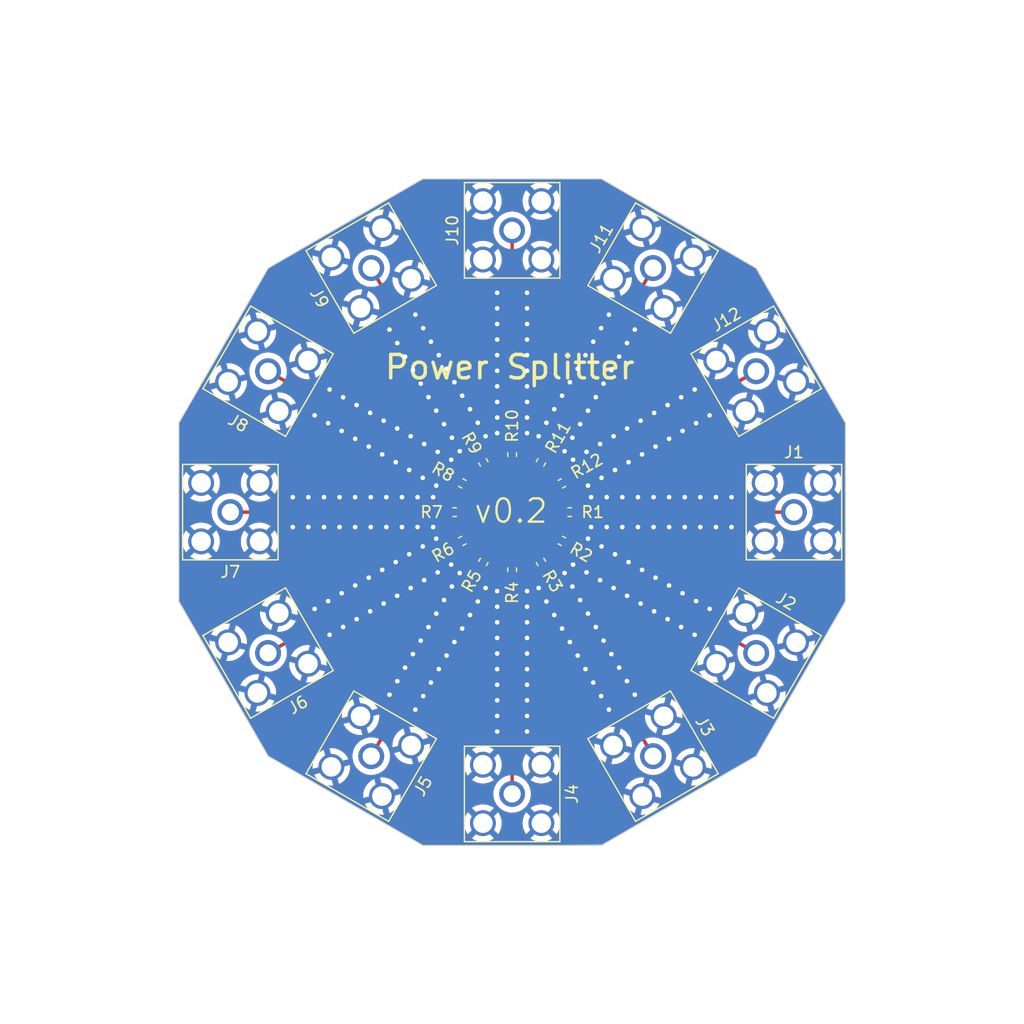
<source format=kicad_pcb>
(kicad_pcb (version 20241229) (generator "pcbnew") (generator_version "9.0")
  (title_block (title "Power Splitter") (date "19.11.2021") (rev "0.2"))
  (layers (0 "F.Cu" signal) (4 "In1.Cu" power) (6 "In2.Cu" power) (2 "B.Cu" power) (13 "F.Paste" user) (15 "B.Paste" user) (5 "F.SilkS" user "F.Silkscreen") (7 "B.SilkS" user "B.Silkscreen") (1 "F.Mask" user) (3 "B.Mask" user) (25 "Edge.Cuts" user))
  (net 0 "")
  (net 1 "GND")
  (net 2 "Net-(R1-Pad2)")
  (net 3 "Net-(J1-In)")
  (net 4 "Net-(J2-In)")
  (net 5 "Net-(J3-In)")
  (net 6 "Net-(J4-In)")
  (net 7 "Net-(J5-In)")
  (net 8 "Net-(J6-In)")
  (net 9 "Net-(J7-In)")
  (net 10 "Net-(J8-In)")
  (net 11 "Net-(J9-In)")
  (net 12 "Net-(J10-In)")
  (net 13 "Net-(J11-In)")
  (net 14 "Net-(J12-In)")
  (footprint "Connector_Coaxial:SMA_Amphenol_132203-12_Horizontal" (layer "F.Cu") (at 177 89.5 -90)
    (property "Reference" "J1" (at -5.2 0 0) (layer "F.SilkS"))
    (property "Value" "Conn_01x02")
    (fp_line (start -4.15 4.15) (end 4.15 4.15) (stroke (width 0.12)) (layer "F.SilkS"))
    (fp_line (start -4.15 -4.15) (end -4.15 4.15) (stroke (width 0.12)) (layer "F.SilkS"))
    (fp_line (start -4.15 -4.15) (end 4.15 -4.15) (stroke (width 0.12)) (layer "F.SilkS"))
    (fp_line (start 4.15 -4.15) (end 4.15 4.15) (stroke (width 0.12)) (layer "F.SilkS"))
    (pad "1" thru_hole circle (at 0 0 270) (size 2.25 2.25) (drill 1.5) (layers "*.Cu" "*.Mask") (net 3 "Net-(J1-In)"))
    (pad "2" thru_hole circle (at -2.54 -2.54 270) (size 2.25 2.25) (drill 1.7) (layers "*.Cu" "*.Mask") (net 1 "GND"))
    (pad "2" thru_hole circle (at -2.54 2.54 270) (size 2.25 2.25) (drill 1.7) (layers "*.Cu" "*.Mask") (net 1 "GND"))
    (pad "2" thru_hole circle (at 2.54 -2.54 270) (size 2.25 2.25) (drill 1.7) (layers "*.Cu" "*.Mask") (net 1 "GND"))
    (pad "2" thru_hole circle (at 2.54 2.54) (size 2.25 2.25) (drill 1.7) (layers "*.Cu" "*.Mask") (net 1 "GND"))
  )
  (footprint "Connector_Coaxial:SMA_Amphenol_132203-12_Horizontal" (layer "F.Cu") (at 173.717622 101.75 -120)
    (property "Reference" "J2" (at -5.2 0 150) (layer "F.SilkS"))
    (property "Value" "Conn_01x02")
    (fp_line (start -4.15 4.149999) (end 4.149999 4.15) (stroke (width 0.12)) (layer "F.SilkS"))
    (fp_line (start 4.15 -4.149999) (end 4.149999 4.15) (stroke (width 0.12)) (layer "F.SilkS"))
    (fp_line (start -4.149999 -4.15) (end -4.15 4.149999) (stroke (width 0.12)) (layer "F.SilkS"))
    (fp_line (start -4.149999 -4.15) (end 4.15 -4.149999) (stroke (width 0.12)) (layer "F.SilkS"))
    (pad "1" thru_hole circle (at 0 0 240) (size 2.25 2.25) (drill 1.5) (layers "*.Cu" "*.Mask") (net 4 "Net-(J2-In)"))
    (pad "2" thru_hole circle (at -2.540001 -2.54 240) (size 2.25 2.25) (drill 1.7) (layers "*.Cu" "*.Mask") (net 1 "GND"))
    (pad "2" thru_hole circle (at -2.54 2.540001 240) (size 2.25 2.25) (drill 1.7) (layers "*.Cu" "*.Mask") (net 1 "GND"))
    (pad "2" thru_hole circle (at 2.54 -2.540001 240) (size 2.25 2.25) (drill 1.7) (layers "*.Cu" "*.Mask") (net 1 "GND"))
    (pad "2" thru_hole circle (at 2.540001 2.54 330) (size 2.25 2.25) (drill 1.7) (layers "*.Cu" "*.Mask") (net 1 "GND"))
  )
  (footprint "Connector_Coaxial:SMA_Amphenol_132203-12_Horizontal" (layer "F.Cu") (at 164.75 110.717622 -150)
    (property "Reference" "J3" (at -5.2 0 120) (layer "F.SilkS"))
    (property "Value" "Conn_01x02")
    (fp_line (start 4.149999 -4.15) (end 4.15 4.149999) (stroke (width 0.12)) (layer "F.SilkS"))
    (fp_line (start -4.149999 4.15) (end 4.15 4.149999) (stroke (width 0.12)) (layer "F.SilkS"))
    (fp_line (start -4.15 -4.149999) (end 4.149999 -4.15) (stroke (width 0.12)) (layer "F.SilkS"))
    (fp_line (start -4.15 -4.149999) (end -4.149999 4.15) (stroke (width 0.12)) (layer "F.SilkS"))
    (pad "1" thru_hole circle (at 0 0 210) (size 2.25 2.25) (drill 1.5) (layers "*.Cu" "*.Mask") (net 5 "Net-(J3-In)"))
    (pad "2" thru_hole circle (at -2.540001 2.54 210) (size 2.25 2.25) (drill 1.7) (layers "*.Cu" "*.Mask") (net 1 "GND"))
    (pad "2" thru_hole circle (at -2.54 -2.540001 210) (size 2.25 2.25) (drill 1.7) (layers "*.Cu" "*.Mask") (net 1 "GND"))
    (pad "2" thru_hole circle (at 2.54 2.540001 300) (size 2.25 2.25) (drill 1.7) (layers "*.Cu" "*.Mask") (net 1 "GND"))
    (pad "2" thru_hole circle (at 2.540001 -2.54 210) (size 2.25 2.25) (drill 1.7) (layers "*.Cu" "*.Mask") (net 1 "GND"))
  )
  (footprint "Connector_Coaxial:SMA_Amphenol_132203-12_Horizontal" (layer "F.Cu") (at 152.5 114 180)
    (property "Reference" "J4" (at -5.2 0 270) (layer "F.SilkS"))
    (property "Value" "Conn_01x02")
    (fp_line (start 4.15 -4.15) (end 4.15 4.15) (stroke (width 0.12)) (layer "F.SilkS"))
    (fp_line (start -4.15 4.15) (end 4.15 4.15) (stroke (width 0.12)) (layer "F.SilkS"))
    (fp_line (start -4.15 -4.15) (end 4.15 -4.15) (stroke (width 0.12)) (layer "F.SilkS"))
    (fp_line (start -4.15 -4.15) (end -4.15 4.15) (stroke (width 0.12)) (layer "F.SilkS"))
    (pad "1" thru_hole circle (at 0 0 180) (size 2.25 2.25) (drill 1.5) (layers "*.Cu" "*.Mask") (net 6 "Net-(J4-In)"))
    (pad "2" thru_hole circle (at -2.54 -2.54 180) (size 2.25 2.25) (drill 1.7) (layers "*.Cu" "*.Mask") (net 1 "GND"))
    (pad "2" thru_hole circle (at -2.54 2.54 180) (size 2.25 2.25) (drill 1.7) (layers "*.Cu" "*.Mask") (net 1 "GND"))
    (pad "2" thru_hole circle (at 2.54 -2.54 180) (size 2.25 2.25) (drill 1.7) (layers "*.Cu" "*.Mask") (net 1 "GND"))
    (pad "2" thru_hole circle (at 2.54 2.54 270) (size 2.25 2.25) (drill 1.7) (layers "*.Cu" "*.Mask") (net 1 "GND"))
  )
  (footprint "Connector_Coaxial:SMA_Amphenol_132203-12_Horizontal" (layer "F.Cu") (at 140.25 110.717622 150)
    (property "Reference" "J5" (at -5.2 0 240) (layer "F.SilkS"))
    (property "Value" "Conn_01x02")
    (fp_line (start 4.15 -4.149999) (end 4.149999 4.15) (stroke (width 0.12)) (layer "F.SilkS"))
    (fp_line (start -4.149999 -4.15) (end 4.15 -4.149999) (stroke (width 0.12)) (layer "F.SilkS"))
    (fp_line (start -4.149999 -4.15) (end -4.15 4.149999) (stroke (width 0.12)) (layer "F.SilkS"))
    (fp_line (start -4.15 4.149999) (end 4.149999 4.15) (stroke (width 0.12)) (layer "F.SilkS"))
    (pad "1" thru_hole circle (at 0 0 150) (size 2.25 2.25) (drill 1.5) (layers "*.Cu" "*.Mask") (net 7 "Net-(J5-In)"))
    (pad "2" thru_hole circle (at -2.540001 -2.54 150) (size 2.25 2.25) (drill 1.7) (layers "*.Cu" "*.Mask") (net 1 "GND"))
    (pad "2" thru_hole circle (at -2.54 2.540001 150) (size 2.25 2.25) (drill 1.7) (layers "*.Cu" "*.Mask") (net 1 "GND"))
    (pad "2" thru_hole circle (at 2.54 -2.540001 150) (size 2.25 2.25) (drill 1.7) (layers "*.Cu" "*.Mask") (net 1 "GND"))
    (pad "2" thru_hole circle (at 2.540001 2.54 240) (size 2.25 2.25) (drill 1.7) (layers "*.Cu" "*.Mask") (net 1 "GND"))
  )
  (footprint "Connector_Coaxial:SMA_Amphenol_132203-12_Horizontal" (layer "F.Cu") (at 131.282378 101.75 120)
    (property "Reference" "J6" (at -5.2 0 210) (layer "F.SilkS"))
    (property "Value" "Conn_01x02")
    (fp_line (start 4.149999 -4.15) (end 4.15 4.149999) (stroke (width 0.12)) (layer "F.SilkS"))
    (fp_line (start -4.15 -4.149999) (end 4.149999 -4.15) (stroke (width 0.12)) (layer "F.SilkS"))
    (fp_line (start -4.15 -4.149999) (end -4.149999 4.15) (stroke (width 0.12)) (layer "F.SilkS"))
    (fp_line (start -4.149999 4.15) (end 4.15 4.149999) (stroke (width 0.12)) (layer "F.SilkS"))
    (pad "1" thru_hole circle (at 0 0 120) (size 2.25 2.25) (drill 1.5) (layers "*.Cu" "*.Mask") (net 8 "Net-(J6-In)"))
    (pad "2" thru_hole circle (at -2.540001 2.54 120) (size 2.25 2.25) (drill 1.7) (layers "*.Cu" "*.Mask") (net 1 "GND"))
    (pad "2" thru_hole circle (at -2.54 -2.540001 120) (size 2.25 2.25) (drill 1.7) (layers "*.Cu" "*.Mask") (net 1 "GND"))
    (pad "2" thru_hole circle (at 2.54 2.540001 210) (size 2.25 2.25) (drill 1.7) (layers "*.Cu" "*.Mask") (net 1 "GND"))
    (pad "2" thru_hole circle (at 2.540001 -2.54 120) (size 2.25 2.25) (drill 1.7) (layers "*.Cu" "*.Mask") (net 1 "GND"))
  )
  (footprint "Connector_Coaxial:SMA_Amphenol_132203-12_Horizontal" (layer "F.Cu") (at 128 89.5 90)
    (property "Reference" "J7" (at -5.2 0 180) (layer "F.SilkS"))
    (property "Value" "Conn_01x02")
    (fp_line (start 4.15 -4.15) (end 4.15 4.15) (stroke (width 0.12)) (layer "F.SilkS"))
    (fp_line (start -4.15 -4.15) (end 4.15 -4.15) (stroke (width 0.12)) (layer "F.SilkS"))
    (fp_line (start -4.15 -4.15) (end -4.15 4.15) (stroke (width 0.12)) (layer "F.SilkS"))
    (fp_line (start -4.15 4.15) (end 4.15 4.15) (stroke (width 0.12)) (layer "F.SilkS"))
    (pad "1" thru_hole circle (at 0 0 90) (size 2.25 2.25) (drill 1.5) (layers "*.Cu" "*.Mask") (net 9 "Net-(J7-In)"))
    (pad "2" thru_hole circle (at -2.54 -2.54 90) (size 2.25 2.25) (drill 1.7) (layers "*.Cu" "*.Mask") (net 1 "GND"))
    (pad "2" thru_hole circle (at -2.54 2.54 90) (size 2.25 2.25) (drill 1.7) (layers "*.Cu" "*.Mask") (net 1 "GND"))
    (pad "2" thru_hole circle (at 2.54 -2.54 90) (size 2.25 2.25) (drill 1.7) (layers "*.Cu" "*.Mask") (net 1 "GND"))
    (pad "2" thru_hole circle (at 2.54 2.54 180) (size 2.25 2.25) (drill 1.7) (layers "*.Cu" "*.Mask") (net 1 "GND"))
  )
  (footprint "Connector_Coaxial:SMA_Amphenol_132203-12_Horizontal" (layer "F.Cu") (at 131.282378 77.25 60)
    (property "Reference" "J8" (at -5.2 0 150) (layer "F.SilkS"))
    (property "Value" "Conn_01x02")
    (fp_line (start -4.149999 -4.15) (end 4.15 -4.149999) (stroke (width 0.12)) (layer "F.SilkS"))
    (fp_line (start -4.149999 -4.15) (end -4.15 4.149999) (stroke (width 0.12)) (layer "F.SilkS"))
    (fp_line (start 4.15 -4.149999) (end 4.149999 4.15) (stroke (width 0.12)) (layer "F.SilkS"))
    (fp_line (start -4.15 4.149999) (end 4.149999 4.15) (stroke (width 0.12)) (layer "F.SilkS"))
    (pad "1" thru_hole circle (at 0 0 60) (size 2.25 2.25) (drill 1.5) (layers "*.Cu" "*.Mask") (net 10 "Net-(J8-In)"))
    (pad "2" thru_hole circle (at -2.540001 -2.54 60) (size 2.25 2.25) (drill 1.7) (layers "*.Cu" "*.Mask") (net 1 "GND"))
    (pad "2" thru_hole circle (at -2.54 2.540001 60) (size 2.25 2.25) (drill 1.7) (layers "*.Cu" "*.Mask") (net 1 "GND"))
    (pad "2" thru_hole circle (at 2.54 -2.540001 60) (size 2.25 2.25) (drill 1.7) (layers "*.Cu" "*.Mask") (net 1 "GND"))
    (pad "2" thru_hole circle (at 2.540001 2.54 150) (size 2.25 2.25) (drill 1.7) (layers "*.Cu" "*.Mask") (net 1 "GND"))
  )
  (footprint "Connector_Coaxial:SMA_Amphenol_132203-12_Horizontal" (layer "F.Cu") (at 140.25 68.282378 30)
    (property "Reference" "J9" (at -5.2 0 120) (layer "F.SilkS"))
    (property "Value" "Conn_01x02")
    (fp_line (start -4.15 -4.149999) (end -4.149999 4.15) (stroke (width 0.12)) (layer "F.SilkS"))
    (fp_line (start -4.15 -4.149999) (end 4.149999 -4.15) (stroke (width 0.12)) (layer "F.SilkS"))
    (fp_line (start -4.149999 4.15) (end 4.15 4.149999) (stroke (width 0.12)) (layer "F.SilkS"))
    (fp_line (start 4.149999 -4.15) (end 4.15 4.149999) (stroke (width 0.12)) (layer "F.SilkS"))
    (pad "1" thru_hole circle (at 0 0 30) (size 2.25 2.25) (drill 1.5) (layers "*.Cu" "*.Mask") (net 11 "Net-(J9-In)"))
    (pad "2" thru_hole circle (at -2.540001 2.54 30) (size 2.25 2.25) (drill 1.7) (layers "*.Cu" "*.Mask") (net 1 "GND"))
    (pad "2" thru_hole circle (at -2.54 -2.540001 30) (size 2.25 2.25) (drill 1.7) (layers "*.Cu" "*.Mask") (net 1 "GND"))
    (pad "2" thru_hole circle (at 2.54 2.540001 120) (size 2.25 2.25) (drill 1.7) (layers "*.Cu" "*.Mask") (net 1 "GND"))
    (pad "2" thru_hole circle (at 2.540001 -2.54 30) (size 2.25 2.25) (drill 1.7) (layers "*.Cu" "*.Mask") (net 1 "GND"))
  )
  (footprint "Connector_Coaxial:SMA_Amphenol_132203-12_Horizontal" (layer "F.Cu") (at 152.5 65)
    (property "Reference" "J10" (at -5.2 0 90) (layer "F.SilkS"))
    (property "Value" "Conn_01x02")
    (fp_line (start -4.15 -4.15) (end -4.15 4.15) (stroke (width 0.12)) (layer "F.SilkS"))
    (fp_line (start -4.15 -4.15) (end 4.15 -4.15) (stroke (width 0.12)) (layer "F.SilkS"))
    (fp_line (start -4.15 4.15) (end 4.15 4.15) (stroke (width 0.12)) (layer "F.SilkS"))
    (fp_line (start 4.15 -4.15) (end 4.15 4.15) (stroke (width 0.12)) (layer "F.SilkS"))
    (pad "1" thru_hole circle (at 0 0) (size 2.25 2.25) (drill 1.5) (layers "*.Cu" "*.Mask") (net 12 "Net-(J10-In)"))
    (pad "2" thru_hole circle (at -2.54 -2.54) (size 2.25 2.25) (drill 1.7) (layers "*.Cu" "*.Mask") (net 1 "GND"))
    (pad "2" thru_hole circle (at -2.54 2.54) (size 2.25 2.25) (drill 1.7) (layers "*.Cu" "*.Mask") (net 1 "GND"))
    (pad "2" thru_hole circle (at 2.54 -2.54) (size 2.25 2.25) (drill 1.7) (layers "*.Cu" "*.Mask") (net 1 "GND"))
    (pad "2" thru_hole circle (at 2.54 2.54 90) (size 2.25 2.25) (drill 1.7) (layers "*.Cu" "*.Mask") (net 1 "GND"))
  )
  (footprint "Connector_Coaxial:SMA_Amphenol_132203-12_Horizontal" (layer "F.Cu") (at 164.75 68.282378 -30)
    (property "Reference" "J11" (at -5.2 0 60) (layer "F.SilkS"))
    (property "Value" "Conn_01x02")
    (fp_line (start -4.15 4.149999) (end 4.149999 4.15) (stroke (width 0.12)) (layer "F.SilkS"))
    (fp_line (start -4.149999 -4.15) (end -4.15 4.149999) (stroke (width 0.12)) (layer "F.SilkS"))
    (fp_line (start -4.149999 -4.15) (end 4.15 -4.149999) (stroke (width 0.12)) (layer "F.SilkS"))
    (fp_line (start 4.15 -4.149999) (end 4.149999 4.15) (stroke (width 0.12)) (layer "F.SilkS"))
    (pad "1" thru_hole circle (at 0 0 330) (size 2.25 2.25) (drill 1.5) (layers "*.Cu" "*.Mask") (net 13 "Net-(J11-In)"))
    (pad "2" thru_hole circle (at -2.540001 -2.54 330) (size 2.25 2.25) (drill 1.7) (layers "*.Cu" "*.Mask") (net 1 "GND"))
    (pad "2" thru_hole circle (at -2.54 2.540001 330) (size 2.25 2.25) (drill 1.7) (layers "*.Cu" "*.Mask") (net 1 "GND"))
    (pad "2" thru_hole circle (at 2.54 -2.540001 330) (size 2.25 2.25) (drill 1.7) (layers "*.Cu" "*.Mask") (net 1 "GND"))
    (pad "2" thru_hole circle (at 2.540001 2.54 60) (size 2.25 2.25) (drill 1.7) (layers "*.Cu" "*.Mask") (net 1 "GND"))
  )
  (footprint "Connector_Coaxial:SMA_Amphenol_132203-12_Horizontal" (layer "F.Cu") (at 173.717622 77.25 -60)
    (property "Reference" "J12" (at -5.2 0 30) (layer "F.SilkS"))
    (property "Value" "Conn_01x02")
    (fp_line (start -4.149999 4.15) (end 4.15 4.149999) (stroke (width 0.12)) (layer "F.SilkS"))
    (fp_line (start -4.15 -4.149999) (end -4.149999 4.15) (stroke (width 0.12)) (layer "F.SilkS"))
    (fp_line (start -4.15 -4.149999) (end 4.149999 -4.15) (stroke (width 0.12)) (layer "F.SilkS"))
    (fp_line (start 4.149999 -4.15) (end 4.15 4.149999) (stroke (width 0.12)) (layer "F.SilkS"))
    (pad "1" thru_hole circle (at 0 0 300) (size 2.25 2.25) (drill 1.5) (layers "*.Cu" "*.Mask") (net 14 "Net-(J12-In)"))
    (pad "2" thru_hole circle (at -2.540001 2.54 300) (size 2.25 2.25) (drill 1.7) (layers "*.Cu" "*.Mask") (net 1 "GND"))
    (pad "2" thru_hole circle (at -2.54 -2.540001 300) (size 2.25 2.25) (drill 1.7) (layers "*.Cu" "*.Mask") (net 1 "GND"))
    (pad "2" thru_hole circle (at 2.54 2.540001 30) (size 2.25 2.25) (drill 1.7) (layers "*.Cu" "*.Mask") (net 1 "GND"))
    (pad "2" thru_hole circle (at 2.540001 -2.54 300) (size 2.25 2.25) (drill 1.7) (layers "*.Cu" "*.Mask") (net 1 "GND"))
  )
  (footprint "Resistor_SMD:R_0402_1005Metric" (layer "F.Cu") (at 157.5 89.5 180)
    (property "Reference" "R1" (at -2 0 0) (layer "F.SilkS"))
    (property "Value" "41.2")
    (fp_line (start -0.153641 0.38) (end 0.153641 0.38) (stroke (width 0.12)) (layer "F.SilkS"))
    (fp_line (start -0.153641 -0.38) (end 0.153641 -0.38) (stroke (width 0.12)) (layer "F.SilkS"))
    (pad "1" smd roundrect (at -0.51 0 180) (size 0.54 0.64) (layers "F.Cu" "F.Mask" "F.Paste") (net 3 "Net-(J1-In)"))
    (pad "2" smd roundrect (at 0.51 0 180) (size 0.54 0.64) (layers "F.Cu" "F.Mask" "F.Paste") (net 2 "Net-(R1-Pad2)"))
  )
  (footprint "Resistor_SMD:R_0402_1005Metric" (layer "F.Cu") (at 156.830127 92 150)
    (property "Reference" "R2" (at -1.946152 -0.031089 330) (layer "F.SilkS"))
    (property "Value" "41.2")
    (fp_line (start -0.153641 -0.38) (end 0.153641 -0.38) (stroke (width 0.12)) (layer "F.SilkS"))
    (fp_line (start -0.153641 0.38) (end 0.153641 0.38) (stroke (width 0.12)) (layer "F.SilkS"))
    (pad "1" smd roundrect (at -0.51 0 150) (size 0.54 0.64) (layers "F.Cu" "F.Mask" "F.Paste") (net 4 "Net-(J2-In)"))
    (pad "2" smd roundrect (at 0.51 0 150) (size 0.54 0.64) (layers "F.Cu" "F.Mask" "F.Paste") (net 2 "Net-(R1-Pad2)"))
  )
  (footprint "Resistor_SMD:R_0402_1005Metric" (layer "F.Cu") (at 155 93.830127 120)
    (property "Reference" "R3" (at -1.946152 0.031089 300) (layer "F.SilkS"))
    (property "Value" "41.2")
    (fp_line (start -0.153641 -0.38) (end 0.153641 -0.38) (stroke (width 0.12)) (layer "F.SilkS"))
    (fp_line (start -0.153641 0.38) (end 0.153641 0.38) (stroke (width 0.12)) (layer "F.SilkS"))
    (pad "1" smd roundrect (at -0.51 0 120) (size 0.54 0.64) (layers "F.Cu" "F.Mask" "F.Paste") (net 5 "Net-(J3-In)"))
    (pad "2" smd roundrect (at 0.51 0 120) (size 0.54 0.64) (layers "F.Cu" "F.Mask" "F.Paste") (net 2 "Net-(R1-Pad2)"))
  )
  (footprint "Resistor_SMD:R_0402_1005Metric" (layer "F.Cu") (at 152.5 94.5 90)
    (property "Reference" "R4" (at -2 0 270) (layer "F.SilkS"))
    (property "Value" "41.2")
    (fp_line (start -0.153641 -0.38) (end 0.153641 -0.38) (stroke (width 0.12)) (layer "F.SilkS"))
    (fp_line (start -0.153641 0.38) (end 0.153641 0.38) (stroke (width 0.12)) (layer "F.SilkS"))
    (pad "1" smd roundrect (at -0.51 0 90) (size 0.54 0.64) (layers "F.Cu" "F.Mask" "F.Paste") (net 6 "Net-(J4-In)"))
    (pad "2" smd roundrect (at 0.51 0 90) (size 0.54 0.64) (layers "F.Cu" "F.Mask" "F.Paste") (net 2 "Net-(R1-Pad2)"))
  )
  (footprint "Resistor_SMD:R_0402_1005Metric" (layer "F.Cu") (at 150 93.830127 60)
    (property "Reference" "R5" (at -1.952777 -0.042564 240) (layer "F.SilkS"))
    (property "Value" "41.2")
    (fp_line (start -0.153641 -0.38) (end 0.153641 -0.38) (stroke (width 0.12)) (layer "F.SilkS"))
    (fp_line (start -0.153641 0.38) (end 0.153641 0.38) (stroke (width 0.12)) (layer "F.SilkS"))
    (pad "1" smd roundrect (at -0.51 0 60) (size 0.54 0.64) (layers "F.Cu" "F.Mask" "F.Paste") (net 7 "Net-(J5-In)"))
    (pad "2" smd roundrect (at 0.51 0 60) (size 0.54 0.64) (layers "F.Cu" "F.Mask" "F.Paste") (net 2 "Net-(R1-Pad2)"))
  )
  (footprint "Resistor_SMD:R_0402_1005Metric" (layer "F.Cu") (at 148.169873 92 30)
    (property "Reference" "R6" (at -1.946152 0.031089 210) (layer "F.SilkS"))
    (property "Value" "41.2")
    (fp_line (start -0.153641 -0.38) (end 0.153641 -0.38) (stroke (width 0.12)) (layer "F.SilkS"))
    (fp_line (start -0.153641 0.38) (end 0.153641 0.38) (stroke (width 0.12)) (layer "F.SilkS"))
    (pad "1" smd roundrect (at -0.51 0 30) (size 0.54 0.64) (layers "F.Cu" "F.Mask" "F.Paste") (net 8 "Net-(J6-In)"))
    (pad "2" smd roundrect (at 0.51 0 30) (size 0.54 0.64) (layers "F.Cu" "F.Mask" "F.Paste") (net 2 "Net-(R1-Pad2)"))
  )
  (footprint "Resistor_SMD:R_0402_1005Metric" (layer "F.Cu") (at 147.5 89.5 180)
    (property "Reference" "R7" (at 2 0 180) (layer "F.SilkS"))
    (property "Value" "41.2")
    (fp_line (start -0.153641 0.38) (end 0.153641 0.38) (stroke (width 0.12)) (layer "F.SilkS"))
    (fp_line (start -0.153641 -0.38) (end 0.153641 -0.38) (stroke (width 0.12)) (layer "F.SilkS"))
    (pad "1" smd roundrect (at -0.51 0 180) (size 0.54 0.64) (layers "F.Cu" "F.Mask" "F.Paste") (net 2 "Net-(R1-Pad2)"))
    (pad "2" smd roundrect (at 0.51 0 180) (size 0.54 0.64) (layers "F.Cu" "F.Mask" "F.Paste") (net 9 "Net-(J7-In)"))
  )
  (footprint "Resistor_SMD:R_0402_1005Metric" (layer "F.Cu") (at 148.169873 87 150)
    (property "Reference" "R8" (at 1.946152 0.031089 150) (layer "F.SilkS"))
    (property "Value" "41.2")
    (fp_line (start -0.153641 -0.38) (end 0.153641 -0.38) (stroke (width 0.12)) (layer "F.SilkS"))
    (fp_line (start -0.153641 0.38) (end 0.153641 0.38) (stroke (width 0.12)) (layer "F.SilkS"))
    (pad "1" smd roundrect (at -0.51 0 150) (size 0.54 0.64) (layers "F.Cu" "F.Mask" "F.Paste") (net 2 "Net-(R1-Pad2)"))
    (pad "2" smd roundrect (at 0.51 0 150) (size 0.54 0.64) (layers "F.Cu" "F.Mask" "F.Paste") (net 10 "Net-(J8-In)"))
  )
  (footprint "Resistor_SMD:R_0402_1005Metric" (layer "F.Cu") (at 150 85.169873 120)
    (property "Reference" "R9" (at 1.952777 -0.042564 120) (layer "F.SilkS"))
    (property "Value" "41.2")
    (fp_line (start -0.153641 -0.38) (end 0.153641 -0.38) (stroke (width 0.12)) (layer "F.SilkS"))
    (fp_line (start -0.153641 0.38) (end 0.153641 0.38) (stroke (width 0.12)) (layer "F.SilkS"))
    (pad "1" smd roundrect (at -0.51 0 120) (size 0.54 0.64) (layers "F.Cu" "F.Mask" "F.Paste") (net 2 "Net-(R1-Pad2)"))
    (pad "2" smd roundrect (at 0.51 0 120) (size 0.54 0.64) (layers "F.Cu" "F.Mask" "F.Paste") (net 11 "Net-(J9-In)"))
  )
  (footprint "Resistor_SMD:R_0402_1005Metric" (layer "F.Cu") (at 152.5 84.5 90)
    (property "Reference" "R10" (at 2.5 0 90) (layer "F.SilkS"))
    (property "Value" "41.2")
    (fp_line (start -0.153641 -0.38) (end 0.153641 -0.38) (stroke (width 0.12)) (layer "F.SilkS"))
    (fp_line (start -0.153641 0.38) (end 0.153641 0.38) (stroke (width 0.12)) (layer "F.SilkS"))
    (pad "1" smd roundrect (at -0.51 0 90) (size 0.54 0.64) (layers "F.Cu" "F.Mask" "F.Paste") (net 2 "Net-(R1-Pad2)"))
    (pad "2" smd roundrect (at 0.51 0 90) (size 0.54 0.64) (layers "F.Cu" "F.Mask" "F.Paste") (net 12 "Net-(J10-In)"))
  )
  (footprint "Resistor_SMD:R_0402_1005Metric" (layer "F.Cu") (at 155 85.169873 60)
    (property "Reference" "R11" (at 2.629165 0.214102 60) (layer "F.SilkS"))
    (property "Value" "41.2")
    (fp_line (start -0.153641 -0.38) (end 0.153641 -0.38) (stroke (width 0.12)) (layer "F.SilkS"))
    (fp_line (start -0.153641 0.38) (end 0.153641 0.38) (stroke (width 0.12)) (layer "F.SilkS"))
    (pad "1" smd roundrect (at -0.51 0 60) (size 0.54 0.64) (layers "F.Cu" "F.Mask" "F.Paste") (net 2 "Net-(R1-Pad2)"))
    (pad "2" smd roundrect (at 0.51 0 60) (size 0.54 0.64) (layers "F.Cu" "F.Mask" "F.Paste") (net 13 "Net-(J11-In)"))
  )
  (footprint "Resistor_SMD:R_0402_1005Metric" (layer "F.Cu") (at 156.830127 87 30)
    (property "Reference" "R12" (at 2.629165 -0.214102 30) (layer "F.SilkS"))
    (property "Value" "41.2")
    (fp_line (start -0.153641 -0.38) (end 0.153641 -0.38) (stroke (width 0.12)) (layer "F.SilkS"))
    (fp_line (start -0.153641 0.38) (end 0.153641 0.38) (stroke (width 0.12)) (layer "F.SilkS"))
    (pad "1" smd roundrect (at -0.51 0 30) (size 0.54 0.64) (layers "F.Cu" "F.Mask" "F.Paste") (net 2 "Net-(R1-Pad2)"))
    (pad "2" smd roundrect (at 0.51 0 30) (size 0.54 0.64) (layers "F.Cu" "F.Mask" "F.Paste") (net 14 "Net-(J12-In)"))
  )
  (gr_line (start 173.713203 110.713203) (end 160.264571 118.477775) (stroke (width 0.1)) (layer "Edge.Cuts"))
  (gr_line (start 131.286797 110.713203) (end 123.522225 97.264571) (stroke (width 0.1)) (layer "Edge.Cuts"))
  (gr_line (start 181.477775 81.735429) (end 181.477775 97.264571) (stroke (width 0.1)) (layer "Edge.Cuts"))
  (gr_line (start 144.735429 118.477775) (end 131.286797 110.713203) (stroke (width 0.1)) (layer "Edge.Cuts"))
  (gr_line (start 160.264571 60.522225) (end 173.713203 68.286797) (stroke (width 0.1)) (layer "Edge.Cuts"))
  (gr_line (start 131.286797 68.286797) (end 144.735429 60.522225) (stroke (width 0.1)) (layer "Edge.Cuts"))
  (gr_line (start 160.264571 118.477775) (end 144.735429 118.477775) (stroke (width 0.1)) (layer "Edge.Cuts"))
  (gr_line (start 123.522225 81.735429) (end 131.286797 68.286797) (stroke (width 0.1)) (layer "Edge.Cuts"))
  (gr_line (start 123.522225 97.264571) (end 123.522225 81.735429) (stroke (width 0.1)) (layer "Edge.Cuts"))
  (gr_line (start 181.477775 97.264571) (end 173.713203 110.713203) (stroke (width 0.1)) (layer "Edge.Cuts"))
  (gr_line (start 173.713203 68.286797) (end 181.477775 81.735429) (stroke (width 0.1)) (layer "Edge.Cuts"))
  (gr_line (start 144.735429 60.522225) (end 160.264571 60.522225) (stroke (width 0.1)) (layer "Edge.Cuts"))
  (gr_text "Power Splitter" (at 152.3 76.9 0) (layer "F.SilkS") (effects (font (size 2.032 2.032) (thickness 0.3048))))
  (gr_text "v0.2" (at 152.4 89.4 0) (layer "F.SilkS") (effects (font (size 2.032 2.032) (thickness 0.2032))))
  (via (at 151.2 105.861428) (size 0.8) (drill 0.4) (layers "F.Cu" "B.Cu") (net 1))
  (via (at 136.631184 78.837024) (size 0.8) (drill 0.4) (layers "F.Cu" "B.Cu") (net 1))
  (via (at 166.144711 95.876667) (size 0.8) (drill 0.4) (layers "F.Cu" "B.Cu") (net 1))
  (via (at 141.204692 84.479761) (size 0.8) (drill 0.4) (layers "F.Cu" "B.Cu") (net 1))
  (via (at 160.271203 86.514404) (size 0.8) (drill 0.4) (layers "F.Cu" "B.Cu") (net 1))
  (via (at 146.028796 94.737261) (size 0.8) (drill 0.4) (layers "F.Cu" "B.Cu") (net 1))
  (via (at 157.737261 83.028796) (size 0.8) (drill 0.4) (layers "F.Cu" "B.Cu") (net 1))
  (via (at 142.515238 104.194114) (size 0.8) (drill 0.4) (layers "F.Cu" "B.Cu") (net 1))
  (via (at 142.920714 88.2) (size 0.8) (drill 0.4) (layers "F.Cu" "B.Cu") (net 1))
  (via (at 168.494114 81.766904) (size 0.8) (drill 0.4) (layers "F.Cu" "B.Cu") (net 1))
  (via (at 142.379393 85.157975) (size 0.8) (drill 0.4) (layers "F.Cu" "B.Cu") (net 1))
  (via (at 158.415475 81.854095) (size 0.8) (drill 0.4) (layers "F.Cu" "B.Cu") (net 1))
  (via (at 150.192618 96.096501) (size 0.8) (drill 0.4) (layers "F.Cu" "B.Cu") (net 1))
  (via (at 161.445904 85.83619) (size 0.8) (drill 0.4) (layers "F.Cu" "B.Cu") (net 1))
  (via (at 136.505885 81.766904) (size 0.8) (drill 0.4) (layers "F.Cu" "B.Cu") (net 1))
  (via (at 161.806547 103.019412) (size 0.8) (drill 0.4) (layers "F.Cu" "B.Cu") (net 1))
  (via (at 145.906309 80.679393) (size 0.8) (drill 0.4) (layers "F.Cu" "B.Cu") (net 1))
  (via (at 154.807381 96.096501) (size 0.8) (drill 0.4) (layers "F.Cu" "B.Cu") (net 1))
  (via (at 159.554881 74.680587) (size 0.8) (drill 0.4) (layers "F.Cu" "B.Cu") (net 1))
  (via (at 147.940952 84.203498) (size 0.8) (drill 0.4) (layers "F.Cu" "B.Cu") (net 1))
  (via (at 162.620606 85.157975) (size 0.8) (drill 0.4) (layers "F.Cu" "B.Cu") (net 1))
  (via (at 153.8 74.495) (size 0.8) (drill 0.4) (layers "F.Cu" "B.Cu") (net 1))
  (via (at 148.83619 80.554095) (size 0.8) (drill 0.4) (layers "F.Cu" "B.Cu") (net 1))
  (via (at 148.157975 99.620606) (size 0.8) (drill 0.4) (layers "F.Cu" "B.Cu") (net 1))
  (via (at 171.574285 88.2) (size 0.8) (drill 0.4) (layers "F.Cu" "B.Cu") (net 1))
  (via (at 138.980587 80.193452) (size 0.8) (drill 0.4) (layers "F.Cu" "B.Cu") (net 1))
  (via (at 167.194114 79.515238) (size 0.8) (drill 0.4) (layers "F.Cu" "B.Cu") (net 1))
  (via (at 164.844711 98.128333) (size 0.8) (drill 0.4) (layers "F.Cu" "B.Cu") (net 1))
  (via (at 161.320606 82.906309) (size 0.8) (drill 0.4) (layers "F.Cu" "B.Cu") (net 1))
  (via (at 147.262738 95.971203) (size 0.8) (drill 0.4) (layers "F.Cu" "B.Cu") (net 1))
  (via (at 167.319412 82.445118) (size 0.8) (drill 0.4) (layers "F.Cu" "B.Cu") (net 1))
  (via (at 147.203498 94.059047) (size 0.8) (drill 0.4) (layers "F.Cu" "B.Cu") (net 1))
  (via (at 151.2 103.148571) (size 0.8) (drill 0.4) (layers "F.Cu" "B.Cu") (net 1))
  (via (at 163.435714 88.2) (size 0.8) (drill 0.4) (layers "F.Cu" "B.Cu") (net 1))
  (via (at 157.520238 78.204692) (size 0.8) (drill 0.4) (layers "F.Cu" "B.Cu") (net 1))
  (via (at 138.851428 90.8) (size 0.8) (drill 0.4) (layers "F.Cu" "B.Cu") (net 1))
  (via (at 134.782142 90.8) (size 0.8) (drill 0.4) (layers "F.Cu" "B.Cu") (net 1))
  (via (at 149.514404 81.728796) (size 0.8) (drill 0.4) (layers "F.Cu" "B.Cu") (net 1))
  (via (at 163.795307 84.479761) (size 0.8) (drill 0.4) (layers "F.Cu" "B.Cu") (net 1))
  (via (at 158.198452 101.970009) (size 0.8) (drill 0.4) (layers "F.Cu" "B.Cu") (net 1))
  (via (at 159.366428 88.2) (size 0.8) (drill 0.4) (layers "F.Cu" "B.Cu") (net 1))
  (via (at 160.722857 88.2) (size 0.8) (drill 0.4) (layers "F.Cu" "B.Cu") (net 1))
  (via (at 159.096501 91.807381) (size 0.8) (drill 0.4) (layers "F.Cu" "B.Cu") (net 1))
  (via (at 137.805885 99.484761) (size 0.8) (drill 0.4) (layers "F.Cu" "B.Cu") (net 1))
  (via (at 143.193452 103.019412) (size 0.8) (drill 0.4) (layers "F.Cu" "B.Cu") (net 1))
  (via (at 142.504692 96.771904) (size 0.8) (drill 0.4) (layers "F.Cu" "B.Cu") (net 1))
  (via (at 163.162975 105.368815) (size 0.8) (drill 0.4) (layers "F.Cu" "B.Cu") (net 1))
  (via (at 170.217857 88.2) (size 0.8) (drill 0.4) (layers "F.Cu" "B.Cu") (net 1))
  (via (at 151.2 100.435714) (size 0.8) (drill 0.4) (layers "F.Cu" "B.Cu") (net 1))
  (via (at 162.079285 88.2) (size 0.8) (drill 0.4) (layers "F.Cu" "B.Cu") (net 1))
  (via (at 144.08869 106.668815) (size 0.8) (drill 0.4) (layers "F.Cu" "B.Cu") (net 1))
  (via (at 166.019412 80.193452) (size 0.8) (drill 0.4) (layers "F.Cu" "B.Cu") (net 1))
  (via (at 164.970009 83.801547) (size 0.8) (drill 0.4) (layers "F.Cu" "B.Cu") (net 1))
  (via (at 144.728796 86.514404) (size 0.8) (drill 0.4) (layers "F.Cu" "B.Cu") (net 1))
  (via (at 151.2 108.574285) (size 0.8) (drill 0.4) (layers "F.Cu" "B.Cu") (net 1))
  (via (at 159.09369 98.320606) (size 0.8) (drill 0.4) (layers "F.Cu" "B.Cu") (net 1))
  (via (at 170.217857 90.8) (size 0.8) (drill 0.4) (layers "F.Cu" "B.Cu") (net 1))
  (via (at 138.851428 88.2) (size 0.8) (drill 0.4) (layers "F.Cu" "B.Cu") (net 1))
  (via (at 164.970009 95.198452) (size 0.8) (drill 0.4) (layers "F.Cu" "B.Cu") (net 1))
  (via (at 157.796501 94.059047) (size 0.8) (drill 0.4) (layers "F.Cu" "B.Cu") (net 1))
  (via (at 163.670009 97.450118) (size 0.8) (drill 0.4) (layers "F.Cu" "B.Cu") (net 1))
  (via (at 153.8 96.366428) (size 0.8) (drill 0.4) (layers "F.Cu" "B.Cu") (net 1))
  (via (at 146.028796 84.262738) (size 0.8) (drill 0.4) (layers "F.Cu" "B.Cu") (net 1))
  (via (at 141.32999 97.450118) (size 0.8) (drill 0.4) (layers "F.Cu" "B.Cu") (net 1))
  (via (at 160.911309 106.668815) (size 0.8) (drill 0.4) (layers "F.Cu" "B.Cu") (net 1))
  (via (at 151.2 75.851428) (size 0.8) (drill 0.4) (layers "F.Cu" "B.Cu") (net 1))
  (via (at 142.379393 93.842024) (size 0.8) (drill 0.4) (layers "F.Cu" "B.Cu") (net 1))
  (via (at 146.584524 97.145904) (size 0.8) (drill 0.4) (layers "F.Cu" "B.Cu") (net 1))
  (via (at 160.271203 92.485595) (size 0.8) (drill 0.4) (layers "F.Cu" "B.Cu") (net 1))
  (via (at 156.842024 99.620606) (size 0.8) (drill 0.4) (layers "F.Cu" "B.Cu") (net 1))
  (via (at 151.2 107.217857) (size 0.8) (drill 0.4) (layers "F.Cu" "B.Cu") (net 1))
  (via (at 146.801547 101.970009) (size 0.8) (drill 0.4) (layers "F.Cu" "B.Cu") (net 1))
  (via (at 166.144711 83.123333) (size 0.8) (drill 0.4) (layers "F.Cu" "B.Cu") (net 1))
  (via (at 162.079285 90.8) (size 0.8) (drill 0.4) (layers "F.Cu" "B.Cu") (net 1))
  (via (at 167.505 88.2) (size 0.8) (drill 0.4) (layers "F.Cu" "B.Cu") (net 1))
  (via (at 144.277142 90.8) (size 0.8) (drill 0.4) (layers "F.Cu" "B.Cu") (net 1))
  (via (at 147.940952 94.796501) (size 0.8) (drill 0.4) (layers "F.Cu" "B.Cu") (net 1))
  (via (at 145.903498 87.192618) (size 0.8) (drill 0.4) (layers "F.Cu" "B.Cu") (net 1))
  (via (at 168.368815 100.162975) (size 0.8) (drill 0.4) (layers "F.Cu" "B.Cu") (net 1))
  (via (at 162.495307 96.771904) (size 0.8) (drill 0.4) (layers "F.Cu" "B.Cu") (net 1))
  (via (at 137.495 88.2) (size 0.8) (drill 0.4) (layers "F.Cu" "B.Cu") (net 1))
  (via (at 158.876667 103.144711) (size 0.8) (drill 0.4) (layers "F.Cu" "B.Cu") (net 1))
  (via (at 157.059047 84.203498) (size 0.8) (drill 0.4) (layers "F.Cu" "B.Cu") (net 1))
  (via (at 140.155289 80.871667) (size 0.8) (drill 0.4) (layers "F.Cu" "B.Cu") (net 1))
  (via (at 141.564285 90.8) (size 0.8) (drill 0.4) (layers "F.Cu" "B.Cu") (net 1))
  (via (at 153.8 105.861428) (size 0.8) (drill 0.4) (layers "F.Cu" "B.Cu") (net 1))
  (via (at 149.514404 97.271203) (size 0.8) (drill 0.4) (layers "F.Cu" "B.Cu") (net 1))
  (via (at 160.145904 83.584524) (size 0.8) (drill 0.4) (layers "F.Cu" "B.Cu") (net 1))
  (via (at 151.2 97.722857) (size 0.8) (drill 0.4) (layers "F.Cu" "B.Cu") (net 1))
  (via (at 164.792142 88.2) (size 0.8) (drill 0.4) (layers "F.Cu" "B.Cu") (net 1))
  (via (at 153.8 97.722857) (size 0.8) (drill 0.4) (layers "F.Cu" "B.Cu") (net 1))
  (via (at 140.02999 95.198452) (size 0.8) (drill 0.4) (layers "F.Cu" "B.Cu") (net 1))
  (via (at 158.876667 75.855289) (size 0.8) (drill 0.4) (layers "F.Cu" "B.Cu") (net 1))
  (via (at 151.2 70.425714) (size 0.8) (drill 0.4) (layers "F.Cu" "B.Cu") (net 1))
  (via (at 141.32999 81.549881) (size 0.8) (drill 0.4) (layers "F.Cu" "B.Cu") (net 1))
  (via (at 154.807381 82.903498) (size 0.8) (drill 0.4) (layers "F.Cu" "B.Cu") (net 1))
  (via (at 140.207857 90.8) (size 0.8) (drill 0.4) (layers "F.Cu" "B.Cu") (net 1))
  (via (at 141.564285 88.2) (size 0.8) (drill 0.4) (layers "F.Cu" "B.Cu") (net 1))
  (via (at 159.771904 79.504692) (size 0.8) (drill 0.4) (layers "F.Cu" "B.Cu") (net 1))
  (via (at 162.484761 74.805885) (size 0.8) (drill 0.4) (layers "F.Cu" "B.Cu") (net 1))
  (via (at 145.228095 99.495307) (size 0.8) (drill 0.4) (layers "F.Cu" "B.Cu") (net 1))
  (via (at 157.796501 84.940952) (size 0.8) (drill 0.4) (layers "F.Cu" "B.Cu") (net 1))
  (via (at 140.207857 88.2) (size 0.8) (drill 0.4) (layers "F.Cu" "B.Cu") (net 1))
  (via (at 145.633571 90.8) (size 0.8) (drill 0.4) (layers "F.Cu" "B.Cu") (net 1))
  (via (at 153.8 78.564285) (size 0.8) (drill 0.4) (layers "F.Cu" "B.Cu") (net 1))
  (via (at 144.277142 88.2) (size 0.8) (drill 0.4) (layers "F.Cu" "B.Cu") (net 1))
  (via (at 168.861428 88.2) (size 0.8) (drill 0.4) (layers "F.Cu" "B.Cu") (net 1))
  (via (at 171.574285 90.8) (size 0.8) (drill 0.4) (layers "F.Cu" "B.Cu") (net 1))
  (via (at 146.123333 75.855289) (size 0.8) (drill 0.4) (layers "F.Cu" "B.Cu") (net 1))
  (via (at 135.331184 81.08869) (size 0.8) (drill 0.4) (layers "F.Cu" "B.Cu") (net 1))
  (via (at 164.792142 90.8) (size 0.8) (drill 0.4) (layers "F.Cu" "B.Cu") (net 1))
  (via (at 153.8 99.079285) (size 0.8) (drill 0.4) (layers "F.Cu" "B.Cu") (net 1))
  (via (at 168.861428 90.8) (size 0.8) (drill 0.4) (layers "F.Cu" "B.Cu") (net 1))
  (via (at 137.495 90.8) (size 0.8) (drill 0.4) (layers "F.Cu" "B.Cu") (net 1))
  (via (at 136.138571 88.2) (size 0.8) (drill 0.4) (layers "F.Cu" "B.Cu") (net 1))
  (via (at 153.8 81.277142) (size 0.8) (drill 0.4) (layers "F.Cu" "B.Cu") (net 1))
  (via (at 151.2 71.782142) (size 0.8) (drill 0.4) (layers "F.Cu" "B.Cu") (net 1))
  (via (at 163.670009 81.549881) (size 0.8) (drill 0.4) (layers "F.Cu" "B.Cu") (net 1))
  (via (at 169.668815 81.08869) (size 0.8) (drill 0.4) (layers "F.Cu" "B.Cu") (net 1))
  (via (at 163.795307 94.520238) (size 0.8) (drill 0.4) (layers "F.Cu" "B.Cu") (net 1))
  (via (at 142.504692 82.228095) (size 0.8) (drill 0.4) (layers "F.Cu" "B.Cu") (net 1))
  (via (at 160.233095 105.494114) (size 0.8) (drill 0.4) (layers "F.Cu" "B.Cu") (net 1))
  (via (at 163.162975 73.631184) (size 0.8) (drill 0.4) (layers "F.Cu" "B.Cu") (net 1))
  (via (at 159.771904 99.495307) (size 0.8) (drill 0.4) (layers "F.Cu" "B.Cu") (net 1))
  (via (at 159.366428 90.8) (size 0.8) (drill 0.4) (layers "F.Cu" "B.Cu") (net 1))
  (via (at 158.971203 94.737261) (size 0.8) (drill 0.4) (layers "F.Cu" "B.Cu") (net 1))
  (via (at 138.980587 98.806547) (size 0.8) (drill 0.4) (layers "F.Cu" "B.Cu") (net 1))
  (via (at 160.450118 100.670009) (size 0.8) (drill 0.4) (layers "F.Cu" "B.Cu") (net 1))
  (via (at 167.194114 99.484761) (size 0.8) (drill 0.4) (layers "F.Cu" "B.Cu") (net 1))
  (via (at 145.445118 74.680587) (size 0.8) (drill 0.4) (layers "F.Cu" "B.Cu") (net 1))
  (via (at 160.450118 78.32999) (size 0.8) (drill 0.4) (layers "F.Cu" "B.Cu") (net 1))
  (via (at 146.801547 77.02999) (size 0.8) (drill 0.4) (layers "F.Cu" "B.Cu") (net 1))
  (via (at 168.494114 97.233095) (size 0.8) (drill 0.4) (layers "F.Cu" "B.Cu") (net 1))
  (via (at 163.435714 90.8) (size 0.8) (drill 0.4) (layers "F.Cu" "B.Cu") (net 1))
  (via (at 166.148571 90.8) (size 0.8) (drill 0.4) (layers "F.Cu" "B.Cu") (net 1))
  (via (at 151.2 79.920714) (size 0.8) (drill 0.4) (layers "F.Cu" "B.Cu") (net 1))
  (via (at 162.620606 93.842024) (size 0.8) (drill 0.4) (layers "F.Cu" "B.Cu") (net 1))
  (via (at 151.2 81.277142) (size 0.8) (drill 0.4) (layers "F.Cu" "B.Cu") (net 1))
  (via (at 141.204692 94.520238) (size 0.8) (drill 0.4) (layers "F.Cu" "B.Cu") (net 1))
  (via (at 147.479761 78.204692) (size 0.8) (drill 0.4) (layers "F.Cu" "B.Cu") (net 1))
  (via (at 156.842024 79.379393) (size 0.8) (drill 0.4) (layers "F.Cu" "B.Cu") (net 1))
  (via (at 141.837024 73.631184) (size 0.8) (drill 0.4) (layers "F.Cu" "B.Cu") (net 1))
  (via (at 137.680587 96.554881) (size 0.8) (drill 0.4) (layers "F.Cu" "B.Cu") (net 1))
  (via (at 153.8 75.851428) (size 0.8) (drill 0.4) (layers "F.Cu" "B.Cu") (net 1))
  (via (at 151.2 101.792142) (size 0.8) (drill 0.4) (layers "F.Cu" "B.Cu") (net 1))
  (via (at 145.903498 91.807381) (size 0.8) (drill 0.4) (layers "F.Cu" "B.Cu") (net 1))
  (via (at 143.871667 101.844711) (size 0.8) (drill 0.4) (layers "F.Cu" "B.Cu") (net 1))
  (via (at 143.193452 75.980587) (size 0.8) (drill 0.4) (layers "F.Cu" "B.Cu") (net 1))
  (via (at 153.8 104.505) (size 0.8) (drill 0.4) (layers "F.Cu" "B.Cu") (net 1))
  (via (at 133.425714 90.8) (size 0.8) (drill 0.4) (layers "F.Cu" "B.Cu") (net 1))
  (via (at 153.8 103.148571) (size 0.8) (drill 0.4) (layers "F.Cu" "B.Cu") (net 1))
  (via (at 162.484761 104.194114) (size 0.8) (drill 0.4) (layers "F.Cu" "B.Cu") (net 1))
  (via (at 166.148571 88.2) (size 0.8) (drill 0.4) (layers "F.Cu" "B.Cu") (net 1))
  (via (at 145.906309 98.320606) (size 0.8) (drill 0.4) (layers "F.Cu" "B.Cu") (net 1))
  (via (at 137.680587 82.445118) (size 0.8) (drill 0.4) (layers "F.Cu" "B.Cu") (net 1))
  (via (at 161.320606 96.09369) (size 0.8) (drill 0.4) (layers "F.Cu" "B.Cu") (net 1))
  (via (at 155.485595 81.728796) (size 0.8) (drill 0.4) (layers "F.Cu" "B.Cu") (net 1))
  (via (at 164.844711 80.871667) (size 0.8) (drill 0.4) (layers "F.Cu" "B.Cu") (net 1))
  (via (at 153.8 73.138571) (size 0.8) (drill 0.4) (layers "F.Cu" "B.Cu") (net 1))
  (via (at 168.368815 78.837024) (size 0.8) (drill 0.4) (layers "F.Cu" "B.Cu") (net 1))
  (via (at 166.019412 98.806547) (size 0.8) (drill 0.4) (layers "F.Cu" "B.Cu") (net 1))
  (via (at 157.737261 95.971203) (size 0.8) (drill 0.4) (layers "F.Cu" "B.Cu") (net 1))
  (via (at 143.554095 93.163809) (size 0.8) (drill 0.4) (layers "F.Cu" "B.Cu") (net 1))
  (via (at 167.505 90.8) (size 0.8) (drill 0.4) (layers "F.Cu" "B.Cu") (net 1))
  (via (at 143.871667 77.155289) (size 0.8) (drill 0.4) (layers "F.Cu" "B.Cu") (net 1))
  (via (at 136.138571 90.8) (size 0.8) (drill 0.4) (layers "F.Cu" "B.Cu") (net 1))
  (via (at 151.2 77.207857) (size 0.8) (drill 0.4) (layers "F.Cu" "B.Cu") (net 1))
  (via (at 151.2 99.079285) (size 0.8) (drill 0.4) (layers "F.Cu" "B.Cu") (net 1))
  (via (at 142.515238 74.805885) (size 0.8) (drill 0.4) (layers "F.Cu" "B.Cu") (net 1))
  (via (at 153.8 107.217857) (size 0.8) (drill 0.4) (layers "F.Cu" "B.Cu") (net 1))
  (via (at 153.8 101.792142) (size 0.8) (drill 0.4) (layers "F.Cu" "B.Cu") (net 1))
  (via (at 160.145904 95.415475) (size 0.8) (drill 0.4) (layers "F.Cu" "B.Cu") (net 1))
  (via (at 151.2 78.564285) (size 0.8) (drill 0.4) (layers "F.Cu" "B.Cu") (net 1))
  (via (at 151.2 73.138571) (size 0.8) (drill 0.4) (layers "F.Cu" "B.Cu") (net 1))
  (via (at 135.331184 97.911309) (size 0.8) (drill 0.4) (layers "F.Cu" "B.Cu") (net 1))
  (via (at 157.520238 100.795307) (size 0.8) (drill 0.4) (layers "F.Cu" "B.Cu") (net 1))
  (via (at 151.2 96.366428) (size 0.8) (drill 0.4) (layers "F.Cu" "B.Cu") (net 1))
  (via (at 156.163809 98.445904) (size 0.8) (drill 0.4) (layers "F.Cu" "B.Cu") (net 1))
  (via (at 153.8 77.207857) (size 0.8) (drill 0.4) (layers "F.Cu" "B.Cu") (net 1))
  (via (at 158.971203 84.262738) (size 0.8) (drill 0.4) (layers "F.Cu" "B.Cu") (net 1))
  (via (at 162.495307 82.228095) (size 0.8) (drill 0.4) (layers "F.Cu" "B.Cu") (net 1))
  (via (at 147.262738 83.028796) (size 0.8) (drill 0.4) (layers "F.Cu" "B.Cu") (net 1))
  (via (at 147.479761 100.795307) (size 0.8) (drill 0.4) (layers "F.Cu" "B.Cu") (net 1))
  (via (at 153.8 71.782142) (size 0.8) (drill 0.4) (layers "F.Cu" "B.Cu") (net 1))
  (via (at 157.059047 94.796501) (size 0.8) (drill 0.4) (layers "F.Cu" "B.Cu") (net 1))
  (via (at 151.2 82.633571) (size 0.8) (drill 0.4) (layers "F.Cu" "B.Cu") (net 1))
  (via (at 138.855289 95.876667) (size 0.8) (drill 0.4) (layers "F.Cu" "B.Cu") (net 1))
  (via (at 144.549881 100.670009) (size 0.8) (drill 0.4) (layers "F.Cu" "B.Cu") (net 1))
  (via (at 153.8 100.435714) (size 0.8) (drill 0.4) (layers "F.Cu" "B.Cu") (net 1))
  (via (at 141.837024 105.368815) (size 0.8) (drill 0.4) (layers "F.Cu" "B.Cu") (net 1))
  (via (at 136.505885 97.233095) (size 0.8) (drill 0.4) (layers "F.Cu" "B.Cu") (net 1))
  (via (at 155.485595 97.271203) (size 0.8) (drill 0.4) (layers "F.Cu" "B.Cu") (net 1))
  (via (at 140.155289 98.128333) (size 0.8) (drill 0.4) (layers "F.Cu" "B.Cu") (net 1))
  (via (at 138.855289 83.123333) (size 0.8) (drill 0.4) (layers "F.Cu" "B.Cu") (net 1))
  (via (at 167.319412 96.554881) (size 0.8) (drill 0.4) (layers "F.Cu" "B.Cu") (net 1))
  (via (at 144.549881 78.32999) (size 0.8) (drill 0.4) (layers "F.Cu" "B.Cu") (net 1))
  (via (at 145.445118 104.319412) (size 0.8) (drill 0.4) (layers "F.Cu" "B.Cu") (net 1))
  (via (at 144.08869 72.331184) (size 0.8) (drill 0.4) (layers "F.Cu" "B.Cu") (net 1))
  (via (at 142.920714 90.8) (size 0.8) (drill 0.4) (layers "F.Cu" "B.Cu") (net 1))
  (via (at 133.425714 88.2) (size 0.8) (drill 0.4) (layers "F.Cu" "B.Cu") (net 1))
  (via (at 160.233095 73.505885) (size 0.8) (drill 0.4) (layers "F.Cu" "B.Cu") (net 1))
  (via (at 146.584524 81.854095) (size 0.8) (drill 0.4) (layers "F.Cu" "B.Cu") (net 1))
  (via (at 156.163809 80.554095) (size 0.8) (drill 0.4) (layers "F.Cu" "B.Cu") (net 1))
  (via (at 145.228095 79.504692) (size 0.8) (drill 0.4) (layers "F.Cu" "B.Cu") (net 1))
  (via (at 151.2 104.505) (size 0.8) (drill 0.4) (layers "F.Cu" "B.Cu") (net 1))
  (via (at 136.631184 100.162975) (size 0.8) (drill 0.4) (layers "F.Cu" "B.Cu") (net 1))
  (via (at 143.554095 85.83619) (size 0.8) (drill 0.4) (layers "F.Cu" "B.Cu") (net 1))
  (via (at 160.722857 90.8) (size 0.8) (drill 0.4) (layers "F.Cu" "B.Cu") (net 1))
  (via (at 153.8 79.920714) (size 0.8) (drill 0.4) (layers "F.Cu" "B.Cu") (net 1))
  (via (at 161.128333 77.155289) (size 0.8) (drill 0.4) (layers "F.Cu" "B.Cu") (net 1))
  (via (at 160.911309 72.331184) (size 0.8) (drill 0.4) (layers "F.Cu" "B.Cu") (net 1))
  (via (at 158.415475 97.145904) (size 0.8) (drill 0.4) (layers "F.Cu" "B.Cu") (net 1))
  (via (at 161.445904 93.163809) (size 0.8) (drill 0.4) (layers "F.Cu" "B.Cu") (net 1))
  (via (at 144.854095 95.415475) (size 0.8) (drill 0.4) (layers "F.Cu" "B.Cu") (net 1))
  (via (at 145.633571 88.2) (size 0.8) (drill 0.4) (layers "F.Cu" "B.Cu") (net 1))
  (via (at 153.8 108.574285) (size 0.8) (drill 0.4) (layers "F.Cu" "B.Cu") (net 1))
  (via (at 140.02999 83.801547) (size 0.8) (drill 0.4) (layers "F.Cu" "B.Cu") (net 1))
  (via (at 146.123333 103.144711) (size 0.8) (drill 0.4) (layers "F.Cu" "B.Cu") (net 1))
  (via (at 148.83619 98.445904) (size 0.8) (drill 0.4) (layers "F.Cu" "B.Cu") (net 1))
  (via (at 153.8 70.425714) (size 0.8) (drill 0.4) (layers "F.Cu" "B.Cu") (net 1))
  (via (at 159.09369 80.679393) (size 0.8) (drill 0.4) (layers "F.Cu" "B.Cu") (net 1))
  (via (at 147.203498 84.940952) (size 0.8) (drill 0.4) (layers "F.Cu" "B.Cu") (net 1))
  (via (at 161.806547 75.980587) (size 0.8) (drill 0.4) (layers "F.Cu" "B.Cu") (net 1))
  (via (at 137.805885 79.515238) (size 0.8) (drill 0.4) (layers "F.Cu" "B.Cu") (net 1))
  (via (at 143.679393 96.09369) (size 0.8) (drill 0.4) (layers "F.Cu" "B.Cu") (net 1))
  (via (at 151.2 74.495) (size 0.8) (drill 0.4) (layers "F.Cu" "B.Cu") (net 1))
  (via (at 144.766904 105.494114) (size 0.8) (drill 0.4) (layers "F.Cu" "B.Cu") (net 1))
  (via (at 153.8 82.633571) (size 0.8) (drill 0.4) (layers "F.Cu" "B.Cu") (net 1))
  (via (at 161.128333 101.844711) (size 0.8) (drill 0.4) (layers "F.Cu" "B.Cu") (net 1))
  (via (at 144.766904 73.505885) (size 0.8) (drill 0.4) (layers "F.Cu" "B.Cu") (net 1))
  (via (at 159.096501 87.192618) (size 0.8) (drill 0.4) (layers "F.Cu" "B.Cu") (net 1))
  (via (at 159.554881 104.319412) (size 0.8) (drill 0.4) (layers "F.Cu" "B.Cu") (net 1))
  (via (at 144.728796 92.485595) (size 0.8) (drill 0.4) (layers "F.Cu" "B.Cu") (net 1))
  (via (at 148.157975 79.379393) (size 0.8) (drill 0.4) (layers "F.Cu" "B.Cu") (net 1))
  (via (at 134.782142 88.2) (size 0.8) (drill 0.4) (layers "F.Cu" "B.Cu") (net 1))
  (via (at 143.679393 82.906309) (size 0.8) (drill 0.4) (layers "F.Cu" "B.Cu") (net 1))
  (via (at 144.854095 83.584524) (size 0.8) (drill 0.4) (layers "F.Cu" "B.Cu") (net 1))
  (via (at 158.198452 77.02999) (size 0.8) (drill 0.4) (layers "F.Cu" "B.Cu") (net 1))
  (via (at 169.668815 97.911309) (size 0.8) (drill 0.4) (layers "F.Cu" "B.Cu") (net 1))
  (via (at 150.192618 82.903498) (size 0.8) (drill 0.4) (layers "F.Cu" "B.Cu") (net 1))
  (segment (start 148.01 89.5) (end 152.5 89.5) (width 0.29337) (layer "F.Cu") (net 2))
  (segment (start 150.255 93.388454) (end 154.745 85.611546) (width 0.29337) (layer "F.Cu") (net 2))
  (segment (start 154.745 93.388454) (end 150.255 85.611546) (width 0.29337) (layer "F.Cu") (net 2))
  (segment (start 152.5 89.5) (end 152.5 85.01) (width 0.29337) (layer "F.Cu") (net 2))
  (segment (start 148.611546 87.255) (end 156.388454 91.745) (width 0.29337) (layer "F.Cu") (net 2))
  (segment (start 156.388454 87.255) (end 148.611546 91.745) (width 0.29337) (layer "F.Cu") (net 2))
  (segment (start 148.01 89.5) (end 156.99 89.5) (width 0.29337) (layer "F.Cu") (net 2))
  (segment (start 152.5 93.99) (end 152.5 89.5) (width 0.29337) (layer "F.Cu") (net 2))
  (segment (start 177 89.5) (end 158.01 89.5) (width 0.29337) (layer "F.Cu") (net 3))
  (segment (start 173.717622 101.75) (end 157.2718 92.255) (width 0.29337) (layer "F.Cu") (net 4))
  (segment (start 164.75 110.717622) (end 155.255 94.2718) (width 0.29337) (layer "F.Cu") (net 5))
  (segment (start 152.5 114) (end 152.5 95.01) (width 0.29337) (layer "F.Cu") (net 6))
  (segment (start 140.25 110.717622) (end 149.745 94.2718) (width 0.29337) (layer "F.Cu") (net 7))
  (segment (start 131.282378 101.75) (end 147.7282 92.255) (width 0.29337) (layer "F.Cu") (net 8))
  (segment (start 128 89.5) (end 146.99 89.5) (width 0.29337) (layer "F.Cu") (net 9))
  (segment (start 131.282378 77.25) (end 147.7282 86.745) (width 0.29337) (layer "F.Cu") (net 10))
  (segment (start 140.25 68.282378) (end 149.745 84.7282) (width 0.29337) (layer "F.Cu") (net 11))
  (segment (start 152.5 65) (end 152.5 83.99) (width 0.29337) (layer "F.Cu") (net 12))
  (segment (start 164.75 68.282378) (end 155.255 84.7282) (width 0.29337) (layer "F.Cu") (net 13))
  (segment (start 173.717622 77.25) (end 157.2718 86.745) (width 0.29337) (layer "F.Cu") (net 14))
  (zone (net 2) (net_name "Net-(R1-Pad2)") (layer "F.Cu") (priority 1) (connect_pads yes (clearance 0.508)) (min_thickness 0.254) (fill yes (thermal_gap 0.508) (thermal_bridge_width 0.508))
    (polygon (pts (xy 154.4 86.2) (xy 155.8 87.6) (xy 156.3 89.5) (xy 155.8 91.4) (xy 154.4 92.8) (xy 152.5 93.4) (xy 150.6 92.8) (xy 149.2 91.4) (xy 148.7 89.5) (xy 149.2 87.6) (xy 150.6 86.2) (xy 152.5 85.7)))
  )
  (zone (net 1) (net_name "GND") (layer "F.Cu") (connect_pads (clearance 0.508)) (min_thickness 0.254) (fill yes (thermal_gap 0.508) (thermal_bridge_width 0.508))
    (polygon (pts (xy 173.7 68.3) (xy 181.5 81.7) (xy 181.5 97.2) (xy 173.7 110.7) (xy 160.3 118.4) (xy 144.7 118.5) (xy 131.2 110.7) (xy 123.5 97.3) (xy 123.5 81.7) (xy 131.3 68.3) (xy 144.7 60.5) (xy 160.3 60.5)))
  )
  (zone (net 1) (net_name "GND") (layer "B.Cu") (connect_pads (clearance 0.508)) (min_thickness 0.254) (fill yes (thermal_gap 0.508) (thermal_bridge_width 0.508))
    (polygon (pts (xy 173.7 68.3) (xy 181.5 81.7) (xy 181.5 97.2) (xy 173.7 110.7) (xy 160.3 118.4) (xy 144.7 118.5) (xy 131.2 110.7) (xy 123.5 97.3) (xy 123.5 81.7) (xy 131.3 68.3) (xy 144.7 60.5) (xy 160.3 60.5)))
  )
)
</source>
